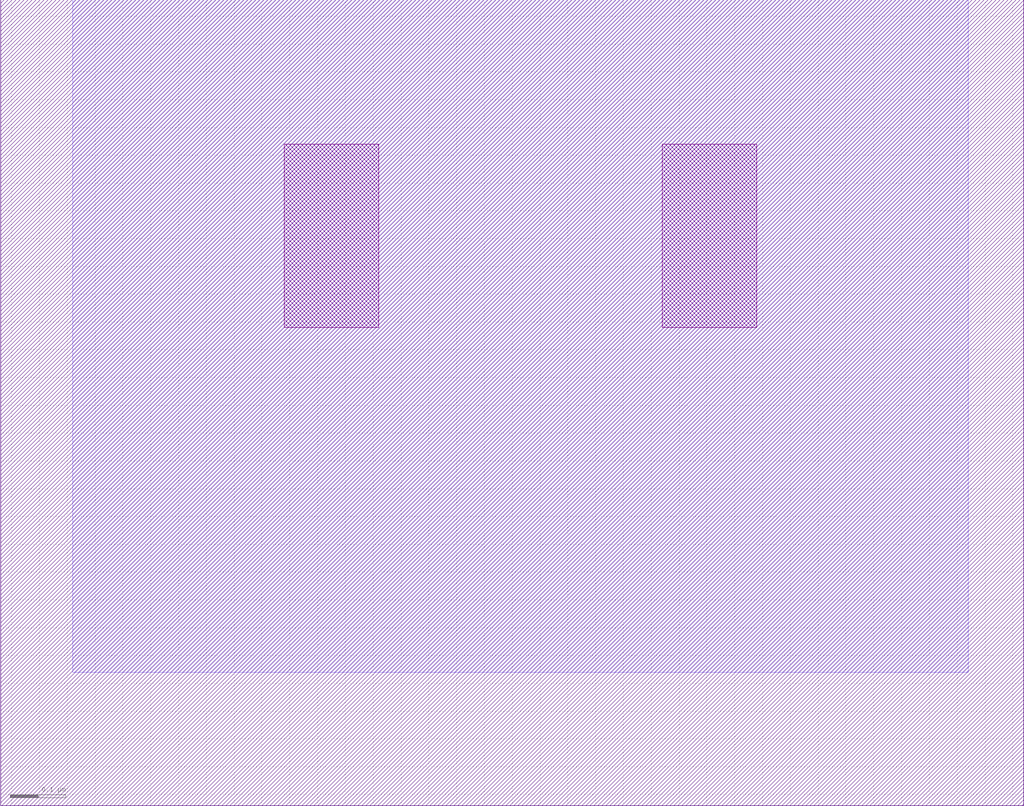
<source format=lef>
VERSION 5.7 ;
  NOWIREEXTENSIONATPIN ON ;
  DIVIDERCHAR "/" ;
  BUSBITCHARS "[]" ;
UNITS
  DATABASE MICRONS 200 ;
END UNITS

LAYER via2
  TYPE CUT ;
END via2

LAYER via
  TYPE CUT ;
END via

LAYER nwell
  TYPE MASTERSLICE ;
END nwell

LAYER via3
  TYPE CUT ;
END via3

LAYER pwell
  TYPE MASTERSLICE ;
END pwell

LAYER via4
  TYPE CUT ;
END via4

LAYER mcon
  TYPE CUT ;
END mcon

LAYER met6
  TYPE ROUTING ;
  WIDTH 0.030000 ;
  SPACING 0.040000 ;
  DIRECTION HORIZONTAL ;
END met6

LAYER met1
  TYPE ROUTING ;
  WIDTH 0.140000 ;
  SPACING 0.140000 ;
  DIRECTION HORIZONTAL ;
END met1

LAYER met3
  TYPE ROUTING ;
  WIDTH 0.300000 ;
  SPACING 0.300000 ;
  DIRECTION HORIZONTAL ;
END met3

LAYER met2
  TYPE ROUTING ;
  WIDTH 0.140000 ;
  SPACING 0.140000 ;
  DIRECTION HORIZONTAL ;
END met2

LAYER met4
  TYPE ROUTING ;
  WIDTH 0.300000 ;
  SPACING 0.300000 ;
  DIRECTION HORIZONTAL ;
END met4

LAYER met5
  TYPE ROUTING ;
  WIDTH 1.600000 ;
  SPACING 1.600000 ;
  DIRECTION HORIZONTAL ;
END met5

LAYER li1
  TYPE ROUTING ;
  WIDTH 0.170000 ;
  SPACING 0.170000 ;
  DIRECTION HORIZONTAL ;
END li1

MACRO sky130_hilas_pfetdevice01d
  CLASS BLOCK ;
  FOREIGN sky130_hilas_pfetdevice01d ;
  ORIGIN 0.920 1.020 ;
  SIZE 1.840 BY 1.450 ;
  OBS
      LAYER nwell ;
        RECT -0.790 -0.780 0.820 0.430 ;
      LAYER li1 ;
        RECT -0.410 -0.160 -0.240 0.170 ;
        RECT 0.270 -0.160 0.440 0.170 ;
  END
END sky130_hilas_pfetdevice01d
END LIBRARY


</source>
